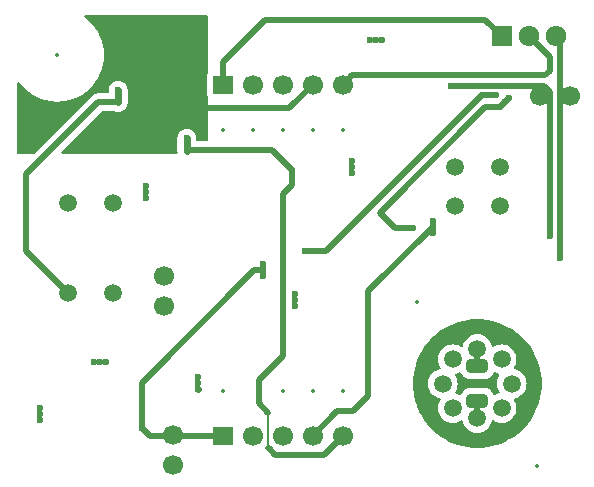
<source format=gbl>
%TF.GenerationSoftware,KiCad,Pcbnew,8.0.6*%
%TF.CreationDate,2024-11-19T20:08:16+01:00*%
%TF.ProjectId,3458A Ref A9 Clone,33343538-4120-4526-9566-20413920436c,rev?*%
%TF.SameCoordinates,Original*%
%TF.FileFunction,Copper,L4,Bot*%
%TF.FilePolarity,Positive*%
%FSLAX46Y46*%
G04 Gerber Fmt 4.6, Leading zero omitted, Abs format (unit mm)*
G04 Created by KiCad (PCBNEW 8.0.6) date 2024-11-19 20:08:16*
%MOMM*%
%LPD*%
G01*
G04 APERTURE LIST*
G04 Aperture macros list*
%AMRoundRect*
0 Rectangle with rounded corners*
0 $1 Rounding radius*
0 $2 $3 $4 $5 $6 $7 $8 $9 X,Y pos of 4 corners*
0 Add a 4 corners polygon primitive as box body*
4,1,4,$2,$3,$4,$5,$6,$7,$8,$9,$2,$3,0*
0 Add four circle primitives for the rounded corners*
1,1,$1+$1,$2,$3*
1,1,$1+$1,$4,$5*
1,1,$1+$1,$6,$7*
1,1,$1+$1,$8,$9*
0 Add four rect primitives between the rounded corners*
20,1,$1+$1,$2,$3,$4,$5,0*
20,1,$1+$1,$4,$5,$6,$7,0*
20,1,$1+$1,$6,$7,$8,$9,0*
20,1,$1+$1,$8,$9,$2,$3,0*%
G04 Aperture macros list end*
%TA.AperFunction,ComponentPad*%
%ADD10C,1.500000*%
%TD*%
%TA.AperFunction,ComponentPad*%
%ADD11R,1.700000X1.524000*%
%TD*%
%TA.AperFunction,ComponentPad*%
%ADD12C,1.700000*%
%TD*%
%TA.AperFunction,ComponentPad*%
%ADD13R,1.710000X1.800000*%
%TD*%
%TA.AperFunction,ComponentPad*%
%ADD14O,1.710000X1.800000*%
%TD*%
%TA.AperFunction,SMDPad,CuDef*%
%ADD15RoundRect,0.250000X-0.650000X0.325000X-0.650000X-0.325000X0.650000X-0.325000X0.650000X0.325000X0*%
%TD*%
%TA.AperFunction,ViaPad*%
%ADD16C,0.600000*%
%TD*%
%TA.AperFunction,Conductor*%
%ADD17C,0.508000*%
%TD*%
%TA.AperFunction,Conductor*%
%ADD18C,0.200000*%
%TD*%
%TA.AperFunction,Conductor*%
%ADD19C,0.600000*%
%TD*%
%ADD20C,0.300000*%
%ADD21C,0.350000*%
G04 APERTURE END LIST*
D10*
%TO.P,R3,2*%
%TO.N,Net-(JP1-A)*%
X171551600Y-109524800D03*
%TO.P,R3,1*%
%TO.N,+7V REF*%
X167741600Y-109524800D03*
%TD*%
%TO.P,R415,2*%
%TO.N,Net-(U402B-+)*%
X138811000Y-109270800D03*
%TO.P,R415,1*%
%TO.N,+7V REF*%
X135001000Y-109270800D03*
%TD*%
%TO.P,R413,2*%
%TO.N,Net-(C414-Pad1)*%
X171577000Y-106172000D03*
%TO.P,R413,1*%
%TO.N,+7V REF*%
X167767000Y-106172000D03*
%TD*%
%TO.P,R414,2*%
%TO.N,J400 (2): REF GND*%
X135001000Y-116890800D03*
%TO.P,R414,1*%
%TO.N,ZD-*%
X138811000Y-116890800D03*
%TD*%
%TO.P,U401,1*%
%TO.N,Net-(Q401-E)*%
X172543018Y-124519986D03*
%TO.P,U401,2*%
%TO.N,Net-(D401-A)*%
X171687770Y-122455234D03*
%TO.P,U401,3*%
%TO.N,Net-(JP1-A)*%
X169623018Y-121599986D03*
%TO.P,U401,4*%
%TO.N,ZD-*%
X167558266Y-122455234D03*
%TO.P,U401,5*%
%TO.N,Net-(U402B-+)*%
X166703018Y-124519986D03*
%TO.P,U401,6*%
%TO.N,J400 (1): Temp*%
X167558266Y-126584738D03*
%TO.P,U401,7*%
%TO.N,J400 (2): REF GND*%
X169623018Y-127439986D03*
%TO.P,U401,8*%
%TO.N,Net-(C414-Pad1)*%
X171687770Y-126584738D03*
%TD*%
D11*
%TO.P,J400,1,Pin_1*%
%TO.N,J400 (1): Temp*%
X148080000Y-128940000D03*
D12*
%TO.P,J400,2,Pin_2*%
%TO.N,unconnected-(J400-Pin_2-Pad2)*%
X150620000Y-128940000D03*
%TO.P,J400,3,Pin_3*%
%TO.N,J400 (2): REF GND*%
X153160000Y-128940000D03*
%TO.P,J400,4,Pin_4*%
%TO.N,+7V REF*%
X155700000Y-128940000D03*
%TO.P,J400,5,Pin_5*%
%TO.N,J400 (2): REF GND*%
X158240000Y-128940000D03*
%TD*%
%TO.P,TP2,1,1*%
%TO.N,J400 (2): REF GND*%
X143891000Y-131445000D03*
%TD*%
%TO.P,TP6,1,1*%
%TO.N,Net-(D401-A)*%
X174955200Y-100177600D03*
%TD*%
%TO.P,TP3,1,1*%
%TO.N,ZD-*%
X143129000Y-115443000D03*
%TD*%
%TO.P,TP4,1,1*%
%TO.N,J400 (2): REF GND*%
X143129000Y-117983000D03*
%TD*%
D13*
%TO.P,Q401,1,B*%
%TO.N,J401 (1): Heater*%
X171715000Y-95122000D03*
D14*
%TO.P,Q401,2,C*%
%TO.N,+18H*%
X173994999Y-95122000D03*
%TO.P,Q401,3,E*%
%TO.N,Net-(Q401-E)*%
X176275000Y-95122000D03*
%TD*%
D12*
%TO.P,TP5,1,1*%
%TO.N,Net-(Q401-E)*%
X177495200Y-100177600D03*
%TD*%
%TO.P,TP1,1,1*%
%TO.N,J400 (1): Temp*%
X143891000Y-128905000D03*
%TD*%
D11*
%TO.P,J401,1,Pin_1*%
%TO.N,J401 (1): Heater*%
X148090000Y-99210000D03*
D12*
%TO.P,J401,2,Pin_2*%
%TO.N,+18*%
X150630000Y-99210000D03*
%TO.P,J401,3,Pin_3*%
%TO.N,J401 (3): GND Heater*%
X153170000Y-99210000D03*
%TO.P,J401,4,Pin_4*%
%TO.N,-15*%
X155710000Y-99210000D03*
%TO.P,J401,5,Pin_5*%
%TO.N,+18H*%
X158250000Y-99210000D03*
%TD*%
D15*
%TO.P,C2,1*%
%TO.N,Net-(JP1-A)*%
X169630018Y-123044985D03*
%TO.P,C2,2*%
%TO.N,J400 (2): REF GND*%
X169630018Y-125994987D03*
%TD*%
D16*
%TO.N,J400 (2): REF GND*%
X145948499Y-123952001D03*
X145948500Y-124968001D03*
X145948500Y-124459998D03*
%TO.N,Net-(Q401-E)*%
X176657000Y-112903000D03*
X176657001Y-113918999D03*
X176657000Y-113411000D03*
%TO.N,Net-(D401-A)*%
X175768000Y-110998000D03*
X175768000Y-111506000D03*
X175768001Y-112013999D03*
%TO.N,J400 (2): REF GND*%
X153924000Y-106425999D03*
X153924001Y-107441999D03*
X153924000Y-106934000D03*
%TO.N,+7V REF*%
X160553400Y-95453201D03*
X137718800Y-122682000D03*
X154178000Y-116967000D03*
X165862000Y-110744001D03*
X154178000Y-117983000D03*
X154178000Y-117475000D03*
X138226800Y-122682000D03*
X137210801Y-122682001D03*
X165862001Y-111760000D03*
X165862000Y-111252001D03*
X161061399Y-95453200D03*
X161569399Y-95453200D03*
%TO.N,J400 (2): REF GND*%
X139215500Y-100203001D03*
X159052999Y-106172000D03*
X159052999Y-106680000D03*
X145033999Y-103759001D03*
X159052998Y-105664000D03*
X145034000Y-104267000D03*
X141554199Y-107822998D03*
X145034000Y-104775000D03*
X132588000Y-127635000D03*
X132588000Y-127127000D03*
X141554199Y-108330999D03*
X141554200Y-108838998D03*
X139215501Y-100710998D03*
X132588000Y-126619000D03*
X139215500Y-99694998D03*
%TO.N,J400 (1): Temp*%
X141224000Y-127254000D03*
X151511000Y-114935000D03*
X151511000Y-114427000D03*
X141224000Y-127762000D03*
X141224000Y-128270000D03*
X151511000Y-115443000D03*
%TO.N,Net-(D401-A)*%
X167386000Y-99314000D03*
X167894000Y-99314000D03*
X168402000Y-99314000D03*
%TO.N,unconnected-(J400-Pin_2-Pad2)*%
X167672582Y-129230870D03*
X168660411Y-129536199D03*
X173263271Y-126836632D03*
X170688000Y-124519986D03*
X168216436Y-124941614D03*
X167352836Y-120871572D03*
X170599625Y-120329957D03*
X168660411Y-128710015D03*
X165981604Y-126797168D03*
X170561000Y-128727200D03*
X173176832Y-123063000D03*
X164610004Y-125450968D03*
X165422804Y-125450968D03*
X170561000Y-129540000D03*
X168216436Y-124103414D03*
X173837232Y-123589004D03*
X164613805Y-123550379D03*
X164914804Y-126466968D03*
X173168239Y-125997718D03*
X174646231Y-125489593D03*
X168173032Y-120973172D03*
X171946664Y-120886733D03*
X174650032Y-123589004D03*
X166768636Y-120287372D03*
X171587454Y-119809102D03*
X171107750Y-120981765D03*
X165422028Y-121628604D03*
X165439989Y-123550379D03*
X171907200Y-128168400D03*
X166083204Y-125976972D03*
X167683036Y-119804772D03*
X170180000Y-124519986D03*
X173278432Y-122242804D03*
X173820047Y-125489593D03*
X172521400Y-120311996D03*
X171043600Y-124942600D03*
X168699036Y-120312772D03*
X171043600Y-124104400D03*
X174340902Y-126477422D03*
X166091797Y-123042254D03*
X164919134Y-122562550D03*
X173862632Y-121658604D03*
X174345232Y-122573004D03*
X166738636Y-128727976D03*
X167313372Y-128153239D03*
X165996765Y-122203340D03*
X172491400Y-128752600D03*
X169630018Y-124519986D03*
X165397404Y-127381368D03*
X173838008Y-127411368D03*
X171577000Y-129235200D03*
X170599625Y-119503773D03*
X168572036Y-124519000D03*
X169080036Y-124519000D03*
X171087004Y-128066800D03*
X168699036Y-119499972D03*
X168152286Y-128058207D03*
%TO.N,-15*%
X141743750Y-104267000D03*
X138545250Y-103505000D03*
X143510000Y-100710999D03*
X141743751Y-104774999D03*
X143509999Y-99695000D03*
X138545250Y-102997000D03*
X138545249Y-102489001D03*
X143510000Y-100203001D03*
X141743750Y-103759000D03*
%TO.N,Net-(Q401-E)*%
X163195000Y-111379000D03*
X164211000Y-111379000D03*
X172339000Y-100330000D03*
X171577000Y-101092000D03*
X163703000Y-111379000D03*
X171958000Y-100711000D03*
%TO.N,Net-(C1-Pad1)*%
X170149185Y-100077900D03*
X171226815Y-100077900D03*
X156210000Y-113284000D03*
X155067000Y-113284000D03*
X155637000Y-113284000D03*
X170688000Y-100077900D03*
%TD*%
D17*
%TO.N,+7V REF*%
X165862000Y-111759999D02*
X165862000Y-110744001D01*
X165862001Y-111760000D02*
X165862000Y-111759999D01*
%TO.N,Net-(C1-Pad1)*%
X170051100Y-100077900D02*
X171226815Y-100077900D01*
X155067000Y-113284000D02*
X156845000Y-113284000D01*
X156845000Y-113284000D02*
X170051100Y-100077900D01*
%TO.N,+18H*%
X175772999Y-98039001D02*
X175772999Y-96900000D01*
X175772999Y-96900000D02*
X173994999Y-95122000D01*
X175387000Y-98425000D02*
X175772999Y-98039001D01*
X159035000Y-98425000D02*
X175387000Y-98425000D01*
X158250000Y-99210000D02*
X159035000Y-98425000D01*
%TO.N,J401 (1): Heater*%
X151638000Y-93726000D02*
X170319000Y-93726000D01*
X170319000Y-93726000D02*
X171715000Y-95122000D01*
X148090000Y-97274000D02*
X151638000Y-93726000D01*
X148090000Y-99210000D02*
X148090000Y-97274000D01*
%TO.N,J400 (2): REF GND*%
X153924001Y-107695999D02*
X153924001Y-107441999D01*
X153162000Y-122174000D02*
X153162000Y-108458000D01*
X151130000Y-126111000D02*
X151130000Y-124206000D01*
X151130000Y-124206000D02*
X153162000Y-122174000D01*
X151130000Y-126203000D02*
X151924000Y-126997000D01*
X151130000Y-126111000D02*
X151130000Y-126203000D01*
X153162000Y-108458000D02*
X153924001Y-107695999D01*
X151924000Y-129953000D02*
X151970000Y-129999000D01*
D18*
X151924000Y-126997000D02*
X151924000Y-129953000D01*
D17*
%TO.N,+7V REF*%
X160401000Y-125603000D02*
X160401000Y-116713000D01*
X159131000Y-126873000D02*
X160401000Y-125603000D01*
X160401000Y-116713000D02*
X165862000Y-111252000D01*
X157767000Y-126873000D02*
X159131000Y-126873000D01*
X155700000Y-128940000D02*
X157767000Y-126873000D01*
D19*
%TO.N,J400 (2): REF GND*%
X145948499Y-124967999D02*
X145948500Y-124968001D01*
D17*
X137541002Y-100710998D02*
X139215501Y-100710998D01*
X131445000Y-106807000D02*
X137541002Y-100710998D01*
X131445000Y-113334800D02*
X131445000Y-106807000D01*
X135001000Y-116890800D02*
X131445000Y-113334800D01*
%TO.N,Net-(Q401-E)*%
X176657000Y-113918998D02*
X176657000Y-100203000D01*
X176657001Y-113918999D02*
X176657000Y-113918998D01*
%TO.N,Net-(D401-A)*%
X175768000Y-112013998D02*
X175768000Y-100203000D01*
X175768001Y-112013999D02*
X175768000Y-112013998D01*
%TO.N,J400 (1): Temp*%
X141224000Y-124460000D02*
X150749000Y-114935000D01*
X150749000Y-114935000D02*
X151511000Y-114935000D01*
X141894000Y-128940000D02*
X141224000Y-128270000D01*
X148080000Y-128940000D02*
X141894000Y-128940000D01*
X141224000Y-128270000D02*
X141224000Y-124460000D01*
%TO.N,J400 (2): REF GND*%
X152273001Y-104775000D02*
X153924000Y-106425999D01*
X145034000Y-104775000D02*
X152273001Y-104775000D01*
X156624000Y-130556000D02*
X158240000Y-128940000D01*
X151970000Y-129999000D02*
X152527000Y-130556000D01*
X152527000Y-130556000D02*
X156624000Y-130556000D01*
X153924000Y-106425999D02*
X153924000Y-106934000D01*
X153924001Y-107441999D02*
X153924000Y-106410999D01*
D19*
%TO.N,-15*%
X138545250Y-102870000D02*
X138557000Y-102858250D01*
D17*
%TO.N,Net-(Q401-E)*%
X170307000Y-101092000D02*
X171577000Y-101092000D01*
X161353500Y-110045500D02*
X170307000Y-101092000D01*
X162687000Y-111379000D02*
X161353500Y-110045500D01*
X164211000Y-111379000D02*
X162687000Y-111379000D01*
X171577000Y-101092000D02*
X172339000Y-100330000D01*
%TO.N,Net-(C1-Pad1)*%
X170178100Y-100077900D02*
X171226815Y-100077900D01*
D19*
%TO.N,J400 (2): REF GND*%
X139215501Y-100710998D02*
X139215501Y-99695000D01*
X139215501Y-99695000D02*
X139215500Y-99694998D01*
D17*
X169623018Y-127439986D02*
X169623018Y-126001987D01*
D19*
X145033999Y-103759001D02*
X145033999Y-104789999D01*
D17*
X169623018Y-126001987D02*
X169630018Y-125994987D01*
%TO.N,J400 (1): Temp*%
X151511000Y-115443000D02*
X151511000Y-114427000D01*
%TO.N,Net-(D401-A)*%
X175742600Y-100177600D02*
X175768000Y-100203000D01*
X175768000Y-99822000D02*
X175260000Y-99314000D01*
X175260000Y-99314000D02*
X167386000Y-99314000D01*
X174955200Y-100177600D02*
X175742600Y-100177600D01*
X175768000Y-100203000D02*
X175768000Y-99822000D01*
%TO.N,-15*%
X145161000Y-101219000D02*
X153701000Y-101219000D01*
X153701000Y-101219000D02*
X155710000Y-99210000D01*
%TO.N,Net-(Q401-E)*%
X177495200Y-100177600D02*
X176682400Y-100177600D01*
X176275000Y-95631000D02*
X176275000Y-95122000D01*
X176657000Y-100203000D02*
X176657000Y-95378000D01*
X176657000Y-95504000D02*
X176275000Y-95122000D01*
X176682400Y-100177600D02*
X176657000Y-100203000D01*
%TO.N,Net-(JP1-A)*%
X169623018Y-121599986D02*
X169623018Y-123037985D01*
X169623018Y-123037985D02*
X169630018Y-123044985D01*
%TD*%
%TA.AperFunction,Conductor*%
%TO.N,unconnected-(J400-Pin_2-Pad2)*%
G36*
X168251810Y-123587083D02*
G01*
X168273379Y-123623457D01*
X168295204Y-123689319D01*
X168295206Y-123689322D01*
X168387303Y-123838637D01*
X168387304Y-123838638D01*
X168387306Y-123838641D01*
X168511362Y-123962697D01*
X168660684Y-124054799D01*
X168827221Y-124109984D01*
X168930009Y-124120485D01*
X170330026Y-124120484D01*
X170330034Y-124120484D01*
X170432806Y-124109985D01*
X170432806Y-124109984D01*
X170432815Y-124109984D01*
X170599352Y-124054799D01*
X170748674Y-123962697D01*
X170872730Y-123838641D01*
X170964832Y-123689319D01*
X170984782Y-123629113D01*
X171021032Y-123579825D01*
X171079332Y-123561257D01*
X171120595Y-123570531D01*
X171258436Y-123634807D01*
X171258440Y-123634809D01*
X171439992Y-123683455D01*
X171491305Y-123716779D01*
X171513232Y-123773901D01*
X171497396Y-123833001D01*
X171495465Y-123835865D01*
X171455913Y-123892352D01*
X171455910Y-123892358D01*
X171363444Y-124090652D01*
X171306809Y-124302016D01*
X171287741Y-124519982D01*
X171287741Y-124519989D01*
X171306809Y-124737955D01*
X171306810Y-124737962D01*
X171306811Y-124737963D01*
X171363443Y-124949316D01*
X171455916Y-125147625D01*
X171493524Y-125201334D01*
X171495464Y-125204105D01*
X171513353Y-125262617D01*
X171493433Y-125320469D01*
X171443313Y-125355563D01*
X171439992Y-125356516D01*
X171258439Y-125405163D01*
X171120595Y-125469441D01*
X171059866Y-125476897D01*
X171006352Y-125447234D01*
X170984781Y-125410856D01*
X170964832Y-125350653D01*
X170874441Y-125204105D01*
X170872732Y-125201334D01*
X170872731Y-125201333D01*
X170872730Y-125201331D01*
X170748674Y-125077275D01*
X170748671Y-125077273D01*
X170748670Y-125077272D01*
X170599354Y-124985174D01*
X170599353Y-124985173D01*
X170599352Y-124985173D01*
X170432815Y-124929988D01*
X170432812Y-124929987D01*
X170330034Y-124919487D01*
X168930001Y-124919487D01*
X168827229Y-124929986D01*
X168827217Y-124929989D01*
X168660681Y-124985174D01*
X168511365Y-125077272D01*
X168387303Y-125201334D01*
X168295204Y-125350651D01*
X168273379Y-125416512D01*
X168237127Y-125465801D01*
X168178827Y-125484368D01*
X168137566Y-125475095D01*
X168116142Y-125465105D01*
X167987596Y-125405163D01*
X167850315Y-125368378D01*
X167806044Y-125356516D01*
X167754729Y-125323191D01*
X167732803Y-125266070D01*
X167748639Y-125206969D01*
X167750521Y-125204178D01*
X167790120Y-125147625D01*
X167882593Y-124949316D01*
X167939225Y-124737963D01*
X167953389Y-124576072D01*
X167958295Y-124519989D01*
X167958295Y-124519982D01*
X167939226Y-124302016D01*
X167939225Y-124302013D01*
X167939225Y-124302009D01*
X167882593Y-124090656D01*
X167856172Y-124033996D01*
X167790125Y-123892358D01*
X167790121Y-123892350D01*
X167750571Y-123835866D01*
X167732682Y-123777354D01*
X167752602Y-123719502D01*
X167802723Y-123684408D01*
X167806000Y-123683467D01*
X167987596Y-123634809D01*
X168137568Y-123564875D01*
X168198296Y-123557420D01*
X168251810Y-123587083D01*
G37*
%TD.AperFunction*%
%TA.AperFunction,Conductor*%
G36*
X170033889Y-119081282D02*
G01*
X170041252Y-119081834D01*
X170439183Y-119126670D01*
X170446503Y-119127774D01*
X170542581Y-119145953D01*
X170839966Y-119202221D01*
X170847178Y-119203867D01*
X171233984Y-119307511D01*
X171241053Y-119309692D01*
X171619025Y-119441951D01*
X171625907Y-119444651D01*
X171992976Y-119604802D01*
X171999596Y-119607990D01*
X172353678Y-119795127D01*
X172360036Y-119798798D01*
X172699125Y-120011862D01*
X172705242Y-120016033D01*
X173027426Y-120253814D01*
X173033212Y-120258427D01*
X173328887Y-120512878D01*
X173336745Y-120519640D01*
X173342172Y-120524675D01*
X173625327Y-120807830D01*
X173630362Y-120813257D01*
X173891572Y-121116787D01*
X173896188Y-121122576D01*
X174133969Y-121444760D01*
X174138140Y-121450877D01*
X174351194Y-121789949D01*
X174354879Y-121796333D01*
X174542006Y-122150395D01*
X174545207Y-122157041D01*
X174705349Y-122524091D01*
X174708053Y-122530982D01*
X174840309Y-122908946D01*
X174842492Y-122916021D01*
X174946134Y-123302821D01*
X174947781Y-123310039D01*
X175022228Y-123703499D01*
X175023332Y-123710819D01*
X175068167Y-124108739D01*
X175068720Y-124116122D01*
X175083693Y-124516283D01*
X175083693Y-124523687D01*
X175068720Y-124923848D01*
X175068167Y-124931231D01*
X175023332Y-125329151D01*
X175022228Y-125336471D01*
X174947781Y-125729931D01*
X174946134Y-125737149D01*
X174842492Y-126123949D01*
X174840309Y-126131024D01*
X174708053Y-126508988D01*
X174705349Y-126515879D01*
X174545207Y-126882929D01*
X174542001Y-126889585D01*
X174354886Y-127243626D01*
X174351194Y-127250021D01*
X174138140Y-127589093D01*
X174133969Y-127595210D01*
X173896188Y-127917394D01*
X173891572Y-127923183D01*
X173630362Y-128226713D01*
X173625327Y-128232140D01*
X173342172Y-128515295D01*
X173336745Y-128520330D01*
X173033215Y-128781540D01*
X173027426Y-128786156D01*
X172705242Y-129023937D01*
X172699125Y-129028108D01*
X172360053Y-129241162D01*
X172353658Y-129244854D01*
X171999617Y-129431969D01*
X171992961Y-129435175D01*
X171625911Y-129595317D01*
X171619020Y-129598021D01*
X171241056Y-129730277D01*
X171233981Y-129732460D01*
X170847181Y-129836102D01*
X170839963Y-129837749D01*
X170446503Y-129912196D01*
X170439183Y-129913300D01*
X170041263Y-129958135D01*
X170033880Y-129958688D01*
X169633719Y-129973661D01*
X169626315Y-129973661D01*
X169226154Y-129958688D01*
X169218771Y-129958135D01*
X168820851Y-129913300D01*
X168813531Y-129912196D01*
X168420071Y-129837749D01*
X168412853Y-129836102D01*
X168026053Y-129732460D01*
X168018978Y-129730277D01*
X167641014Y-129598021D01*
X167634123Y-129595317D01*
X167267073Y-129435175D01*
X167260427Y-129431974D01*
X166906365Y-129244847D01*
X166899989Y-129241167D01*
X166705867Y-129119192D01*
X166560909Y-129028108D01*
X166554792Y-129023937D01*
X166232608Y-128786156D01*
X166226819Y-128781540D01*
X165923289Y-128520330D01*
X165917862Y-128515295D01*
X165634707Y-128232140D01*
X165629672Y-128226713D01*
X165368462Y-127923183D01*
X165363846Y-127917394D01*
X165328362Y-127869315D01*
X165126064Y-127595209D01*
X165121894Y-127589093D01*
X164997807Y-127391610D01*
X164908830Y-127250004D01*
X164905159Y-127243646D01*
X164718022Y-126889564D01*
X164714834Y-126882944D01*
X164554683Y-126515875D01*
X164551981Y-126508988D01*
X164502213Y-126366761D01*
X164419724Y-126131021D01*
X164417542Y-126123949D01*
X164356933Y-125897753D01*
X164313899Y-125737146D01*
X164312253Y-125729931D01*
X164306506Y-125699560D01*
X164237806Y-125336471D01*
X164236702Y-125329151D01*
X164236444Y-125326858D01*
X164191866Y-124931220D01*
X164191314Y-124923848D01*
X164184359Y-124737963D01*
X164176341Y-124523674D01*
X164176341Y-124519982D01*
X165447741Y-124519982D01*
X165447741Y-124519989D01*
X165466809Y-124737955D01*
X165466810Y-124737962D01*
X165466811Y-124737963D01*
X165523443Y-124949316D01*
X165615916Y-125147625D01*
X165653524Y-125201334D01*
X165738848Y-125323191D01*
X165741420Y-125326863D01*
X165896141Y-125481584D01*
X165896144Y-125481586D01*
X165896145Y-125481587D01*
X165935836Y-125509379D01*
X166075379Y-125607088D01*
X166273688Y-125699561D01*
X166455240Y-125748207D01*
X166506553Y-125781531D01*
X166528480Y-125838653D01*
X166512644Y-125897753D01*
X166510713Y-125900617D01*
X166471161Y-125957104D01*
X166471158Y-125957110D01*
X166378692Y-126155404D01*
X166322057Y-126366768D01*
X166302989Y-126584734D01*
X166302989Y-126584741D01*
X166322057Y-126802707D01*
X166322058Y-126802714D01*
X166322059Y-126802715D01*
X166378691Y-127014068D01*
X166471164Y-127212377D01*
X166596668Y-127391615D01*
X166751389Y-127546336D01*
X166930627Y-127671840D01*
X167128936Y-127764313D01*
X167340289Y-127820945D01*
X167340293Y-127820945D01*
X167340296Y-127820946D01*
X167558263Y-127840015D01*
X167558266Y-127840015D01*
X167558269Y-127840015D01*
X167776235Y-127820946D01*
X167776236Y-127820945D01*
X167776243Y-127820945D01*
X167987596Y-127764313D01*
X168185905Y-127671840D01*
X168242388Y-127632289D01*
X168300896Y-127614402D01*
X168358748Y-127634322D01*
X168393843Y-127684441D01*
X168394796Y-127687764D01*
X168443443Y-127869316D01*
X168467255Y-127920380D01*
X168535915Y-128067623D01*
X168651110Y-128232140D01*
X168661420Y-128246863D01*
X168816141Y-128401584D01*
X168995379Y-128527088D01*
X169193688Y-128619561D01*
X169405041Y-128676193D01*
X169405045Y-128676193D01*
X169405048Y-128676194D01*
X169623015Y-128695263D01*
X169623018Y-128695263D01*
X169623021Y-128695263D01*
X169840987Y-128676194D01*
X169840988Y-128676193D01*
X169840995Y-128676193D01*
X170052348Y-128619561D01*
X170250657Y-128527088D01*
X170429895Y-128401584D01*
X170584616Y-128246863D01*
X170710120Y-128067625D01*
X170802593Y-127869316D01*
X170851240Y-127687761D01*
X170884563Y-127636450D01*
X170941685Y-127614523D01*
X171000785Y-127630359D01*
X171003630Y-127632277D01*
X171060131Y-127671840D01*
X171258440Y-127764313D01*
X171469793Y-127820945D01*
X171469797Y-127820945D01*
X171469800Y-127820946D01*
X171687767Y-127840015D01*
X171687770Y-127840015D01*
X171687773Y-127840015D01*
X171905739Y-127820946D01*
X171905740Y-127820945D01*
X171905747Y-127820945D01*
X172117100Y-127764313D01*
X172315409Y-127671840D01*
X172494647Y-127546336D01*
X172649368Y-127391615D01*
X172774872Y-127212377D01*
X172867345Y-127014068D01*
X172923977Y-126802715D01*
X172943047Y-126584738D01*
X172937023Y-126515879D01*
X172923978Y-126366768D01*
X172923977Y-126366765D01*
X172923977Y-126366761D01*
X172867345Y-126155408D01*
X172774872Y-125957100D01*
X172735322Y-125900617D01*
X172717434Y-125842106D01*
X172737354Y-125784254D01*
X172787475Y-125749160D01*
X172790752Y-125748219D01*
X172972348Y-125699561D01*
X173170657Y-125607088D01*
X173349895Y-125481584D01*
X173504616Y-125326863D01*
X173630120Y-125147625D01*
X173722593Y-124949316D01*
X173779225Y-124737963D01*
X173793389Y-124576072D01*
X173798295Y-124519989D01*
X173798295Y-124519982D01*
X173779226Y-124302016D01*
X173779225Y-124302013D01*
X173779225Y-124302009D01*
X173722593Y-124090656D01*
X173696172Y-124033996D01*
X173630125Y-123892358D01*
X173630121Y-123892350D01*
X173504619Y-123713113D01*
X173504618Y-123713112D01*
X173504616Y-123713109D01*
X173349895Y-123558388D01*
X173349891Y-123558385D01*
X173349890Y-123558384D01*
X173250453Y-123488758D01*
X173170657Y-123432884D01*
X172972348Y-123340411D01*
X172826347Y-123301290D01*
X172790796Y-123291764D01*
X172739481Y-123258439D01*
X172717555Y-123201318D01*
X172733391Y-123142217D01*
X172735273Y-123139426D01*
X172774872Y-123082873D01*
X172867345Y-122884564D01*
X172923977Y-122673211D01*
X172933621Y-122562983D01*
X172943047Y-122455237D01*
X172943047Y-122455230D01*
X172923978Y-122237264D01*
X172923977Y-122237261D01*
X172923977Y-122237257D01*
X172867345Y-122025904D01*
X172774872Y-121827596D01*
X172649368Y-121648357D01*
X172494647Y-121493636D01*
X172494643Y-121493633D01*
X172494642Y-121493632D01*
X172335227Y-121382009D01*
X172315409Y-121368132D01*
X172117100Y-121275659D01*
X171905747Y-121219027D01*
X171905746Y-121219026D01*
X171905739Y-121219025D01*
X171687773Y-121199957D01*
X171687767Y-121199957D01*
X171469800Y-121219025D01*
X171258436Y-121275660D01*
X171060142Y-121368126D01*
X171060136Y-121368129D01*
X171003649Y-121407681D01*
X170945136Y-121425569D01*
X170887285Y-121405648D01*
X170852191Y-121355527D01*
X170851247Y-121352236D01*
X170802593Y-121170656D01*
X170710120Y-120972348D01*
X170598724Y-120813257D01*
X170584619Y-120793113D01*
X170584618Y-120793112D01*
X170584616Y-120793109D01*
X170429895Y-120638388D01*
X170429891Y-120638385D01*
X170429890Y-120638384D01*
X170267496Y-120524675D01*
X170250657Y-120512884D01*
X170052348Y-120420411D01*
X169840995Y-120363779D01*
X169840994Y-120363778D01*
X169840987Y-120363777D01*
X169623021Y-120344709D01*
X169623015Y-120344709D01*
X169405048Y-120363777D01*
X169193684Y-120420412D01*
X168995390Y-120512878D01*
X168995382Y-120512882D01*
X168816145Y-120638384D01*
X168661416Y-120793113D01*
X168535914Y-120972350D01*
X168535910Y-120972358D01*
X168443444Y-121170650D01*
X168394796Y-121352208D01*
X168361471Y-121403522D01*
X168304350Y-121425448D01*
X168245249Y-121409612D01*
X168242393Y-121407685D01*
X168185905Y-121368132D01*
X167987596Y-121275659D01*
X167776243Y-121219027D01*
X167776242Y-121219026D01*
X167776235Y-121219025D01*
X167558269Y-121199957D01*
X167558263Y-121199957D01*
X167340296Y-121219025D01*
X167128932Y-121275660D01*
X166930638Y-121368126D01*
X166930630Y-121368130D01*
X166751393Y-121493632D01*
X166596664Y-121648361D01*
X166471162Y-121827598D01*
X166471158Y-121827606D01*
X166378692Y-122025900D01*
X166322057Y-122237264D01*
X166302989Y-122455230D01*
X166302989Y-122455237D01*
X166322057Y-122673203D01*
X166322058Y-122673210D01*
X166322059Y-122673211D01*
X166378691Y-122884564D01*
X166393360Y-122916021D01*
X166471163Y-123082871D01*
X166510712Y-123139353D01*
X166528601Y-123197865D01*
X166508681Y-123255717D01*
X166458561Y-123290811D01*
X166455240Y-123291764D01*
X166273682Y-123340412D01*
X166075390Y-123432878D01*
X166075382Y-123432882D01*
X165896145Y-123558384D01*
X165741416Y-123713113D01*
X165615914Y-123892350D01*
X165615910Y-123892358D01*
X165523444Y-124090652D01*
X165466809Y-124302016D01*
X165447741Y-124519982D01*
X164176341Y-124519982D01*
X164176341Y-124516297D01*
X164191314Y-124116111D01*
X164191865Y-124108752D01*
X164236702Y-123710814D01*
X164237806Y-123703499D01*
X164240088Y-123691441D01*
X164312254Y-123310030D01*
X164313900Y-123302821D01*
X164417545Y-122916010D01*
X164419725Y-122908946D01*
X164428257Y-122884564D01*
X164551986Y-122530968D01*
X164554679Y-122524104D01*
X164714839Y-122157015D01*
X164718016Y-122150417D01*
X164905165Y-121796312D01*
X164908823Y-121789977D01*
X165121902Y-121450864D01*
X165126055Y-121444773D01*
X165363859Y-121122559D01*
X165368448Y-121116803D01*
X165629684Y-120813243D01*
X165634694Y-120807843D01*
X165917875Y-120524662D01*
X165923275Y-120519652D01*
X166226835Y-120258416D01*
X166232591Y-120253827D01*
X166554805Y-120016023D01*
X166560896Y-120011870D01*
X166900009Y-119798791D01*
X166906344Y-119795133D01*
X167260449Y-119607984D01*
X167267047Y-119604807D01*
X167634136Y-119444647D01*
X167641000Y-119441954D01*
X168018989Y-119309689D01*
X168026042Y-119307513D01*
X168412862Y-119203865D01*
X168420062Y-119202222D01*
X168813532Y-119127773D01*
X168820846Y-119126670D01*
X169218784Y-119081833D01*
X169226143Y-119081282D01*
X169626330Y-119066309D01*
X169633706Y-119066309D01*
X170033889Y-119081282D01*
G37*
%TD.AperFunction*%
%TD*%
%TA.AperFunction,Conductor*%
%TO.N,-15*%
G36*
X146755039Y-93310185D02*
G01*
X146800794Y-93362989D01*
X146812000Y-93414500D01*
X146812000Y-98145091D01*
X146798715Y-98197139D01*
X146799303Y-98197359D01*
X146797264Y-98202824D01*
X146796832Y-98204519D01*
X146796202Y-98205671D01*
X146745908Y-98340517D01*
X146739501Y-98400116D01*
X146739500Y-98400135D01*
X146739500Y-100019870D01*
X146739501Y-100019876D01*
X146745908Y-100079481D01*
X146745909Y-100079483D01*
X146796204Y-100214331D01*
X146796205Y-100214332D01*
X146796831Y-100215478D01*
X146797260Y-100217162D01*
X146799304Y-100222640D01*
X146798715Y-100222859D01*
X146812000Y-100274907D01*
X146812000Y-103896500D01*
X146792315Y-103963539D01*
X146739511Y-104009294D01*
X146688000Y-104020500D01*
X145958499Y-104020500D01*
X145891460Y-104000815D01*
X145845705Y-103948011D01*
X145834499Y-103896500D01*
X145834499Y-103810915D01*
X145835279Y-103797030D01*
X145839564Y-103759002D01*
X145839564Y-103758999D01*
X145835279Y-103720970D01*
X145834499Y-103707086D01*
X145834499Y-103680158D01*
X145826710Y-103641004D01*
X145825109Y-103630715D01*
X145819367Y-103579746D01*
X145811022Y-103555899D01*
X145806448Y-103539140D01*
X145803736Y-103525504D01*
X145803733Y-103525497D01*
X145795252Y-103505022D01*
X145783483Y-103476608D01*
X145781027Y-103470176D01*
X145759788Y-103409479D01*
X145753288Y-103399135D01*
X145743718Y-103380607D01*
X145743393Y-103379822D01*
X145706789Y-103325041D01*
X145704904Y-103322132D01*
X145684343Y-103289409D01*
X145663815Y-103256739D01*
X145536261Y-103129185D01*
X145536259Y-103129183D01*
X145536256Y-103129181D01*
X145470899Y-103088115D01*
X145467981Y-103086224D01*
X145413178Y-103049606D01*
X145413172Y-103049604D01*
X145412364Y-103049269D01*
X145393864Y-103039710D01*
X145383523Y-103033213D01*
X145383522Y-103033212D01*
X145383521Y-103033212D01*
X145322866Y-103011987D01*
X145316376Y-103009510D01*
X145267495Y-102989263D01*
X145253859Y-102986551D01*
X145237103Y-102981977D01*
X145213259Y-102973634D01*
X145213255Y-102973633D01*
X145213254Y-102973633D01*
X145192574Y-102971302D01*
X145162302Y-102967891D01*
X145152002Y-102966289D01*
X145112843Y-102958501D01*
X145112841Y-102958501D01*
X145085914Y-102958501D01*
X145072030Y-102957721D01*
X145034001Y-102953436D01*
X145033997Y-102953436D01*
X144995968Y-102957721D01*
X144982084Y-102958501D01*
X144955151Y-102958501D01*
X144915993Y-102966289D01*
X144905695Y-102967891D01*
X144854741Y-102973633D01*
X144854734Y-102973635D01*
X144830897Y-102981976D01*
X144814139Y-102986551D01*
X144800501Y-102989264D01*
X144800495Y-102989265D01*
X144751630Y-103009505D01*
X144745139Y-103011983D01*
X144684476Y-103033211D01*
X144684473Y-103033213D01*
X144674126Y-103039714D01*
X144655638Y-103049267D01*
X144654831Y-103049601D01*
X144654823Y-103049605D01*
X144600046Y-103086205D01*
X144597131Y-103088093D01*
X144531741Y-103129181D01*
X144531734Y-103129187D01*
X144404185Y-103256736D01*
X144404179Y-103256743D01*
X144363091Y-103322133D01*
X144361203Y-103325048D01*
X144324603Y-103379825D01*
X144324599Y-103379833D01*
X144324265Y-103380640D01*
X144314712Y-103399128D01*
X144308211Y-103409475D01*
X144308209Y-103409478D01*
X144286981Y-103470141D01*
X144284503Y-103476632D01*
X144264263Y-103525497D01*
X144264262Y-103525503D01*
X144261549Y-103539141D01*
X144256974Y-103555899D01*
X144248633Y-103579736D01*
X144248631Y-103579743D01*
X144242889Y-103630697D01*
X144241287Y-103640995D01*
X144233499Y-103680153D01*
X144233499Y-103707086D01*
X144232719Y-103720970D01*
X144228434Y-103758999D01*
X144228434Y-103759002D01*
X144232719Y-103797030D01*
X144233499Y-103810915D01*
X144233499Y-104215094D01*
X144232719Y-104228978D01*
X144228435Y-104266998D01*
X144228435Y-104267001D01*
X144232719Y-104305020D01*
X144233499Y-104318905D01*
X144233499Y-104723094D01*
X144232719Y-104736978D01*
X144228435Y-104774998D01*
X144228435Y-104775001D01*
X144232719Y-104813020D01*
X144233499Y-104826905D01*
X144233499Y-104868842D01*
X144245187Y-104927609D01*
X144246786Y-104937884D01*
X144247238Y-104941887D01*
X144235200Y-105010712D01*
X144187863Y-105062102D01*
X144124021Y-105079800D01*
X134538587Y-105079800D01*
X134471548Y-105060115D01*
X134425793Y-105007311D01*
X134415849Y-104938153D01*
X134444874Y-104874597D01*
X134450906Y-104868119D01*
X137817207Y-101501817D01*
X137878530Y-101468332D01*
X137904888Y-101465498D01*
X138920554Y-101465498D01*
X138968004Y-101474936D01*
X138982004Y-101480735D01*
X138995640Y-101483447D01*
X139012399Y-101488021D01*
X139036246Y-101496366D01*
X139087215Y-101502108D01*
X139097493Y-101503707D01*
X139124641Y-101509107D01*
X139136658Y-101511498D01*
X139136659Y-101511498D01*
X139163586Y-101511498D01*
X139177470Y-101512278D01*
X139215499Y-101516563D01*
X139215501Y-101516563D01*
X139215503Y-101516563D01*
X139253532Y-101512278D01*
X139267416Y-101511498D01*
X139294342Y-101511498D01*
X139294343Y-101511498D01*
X139333518Y-101503705D01*
X139343784Y-101502108D01*
X139394756Y-101496366D01*
X139418601Y-101488021D01*
X139435363Y-101483446D01*
X139448998Y-101480735D01*
X139497890Y-101460482D01*
X139504338Y-101458021D01*
X139565023Y-101436787D01*
X139575369Y-101430285D01*
X139593891Y-101420718D01*
X139594680Y-101420392D01*
X139649488Y-101383769D01*
X139652326Y-101381929D01*
X139717763Y-101340814D01*
X139845317Y-101213260D01*
X139886432Y-101147823D01*
X139888278Y-101144977D01*
X139924890Y-101090184D01*
X139924895Y-101090177D01*
X139925221Y-101089388D01*
X139934788Y-101070866D01*
X139941290Y-101060520D01*
X139962524Y-100999835D01*
X139964985Y-100993387D01*
X139985238Y-100944495D01*
X139987949Y-100930860D01*
X139992524Y-100914098D01*
X140000869Y-100890253D01*
X140006611Y-100839281D01*
X140008208Y-100829015D01*
X140016001Y-100789840D01*
X140016001Y-100762912D01*
X140016781Y-100749027D01*
X140021066Y-100710999D01*
X140021066Y-100710996D01*
X140016781Y-100672967D01*
X140016001Y-100659083D01*
X140016001Y-100254906D01*
X140016781Y-100241021D01*
X140021065Y-100203002D01*
X140021065Y-100202999D01*
X140016781Y-100164979D01*
X140016001Y-100151095D01*
X140016001Y-99753039D01*
X140016975Y-99737527D01*
X140017541Y-99733036D01*
X140019576Y-99716897D01*
X140019576Y-99716893D01*
X140019742Y-99710806D01*
X140020296Y-99710821D01*
X140020474Y-99700244D01*
X140021065Y-99695001D01*
X140021065Y-99694997D01*
X140016781Y-99656976D01*
X140016001Y-99643092D01*
X140016001Y-99616158D01*
X140011943Y-99595760D01*
X140009872Y-99580355D01*
X140009271Y-99571898D01*
X140008398Y-99559609D01*
X140006546Y-99552850D01*
X140002922Y-99533980D01*
X140000868Y-99515743D01*
X139992522Y-99491891D01*
X139987952Y-99475151D01*
X139985238Y-99461503D01*
X139977273Y-99442275D01*
X139972243Y-99427586D01*
X139967634Y-99410757D01*
X139966749Y-99407524D01*
X139957788Y-99389603D01*
X139951654Y-99375099D01*
X139946896Y-99361501D01*
X139941289Y-99345476D01*
X139934786Y-99335126D01*
X139925225Y-99316617D01*
X139924898Y-99315828D01*
X139924897Y-99315826D01*
X139924895Y-99315821D01*
X139913333Y-99298518D01*
X139905536Y-99285098D01*
X139896230Y-99266485D01*
X139893391Y-99262827D01*
X139875967Y-99240375D01*
X139868933Y-99230322D01*
X139845316Y-99192736D01*
X139822585Y-99170005D01*
X139812307Y-99158351D01*
X139799549Y-99141913D01*
X139764773Y-99111752D01*
X139758336Y-99105756D01*
X139717763Y-99065182D01*
X139701567Y-99055005D01*
X139686300Y-99043692D01*
X139680428Y-99038600D01*
X139680427Y-99038599D01*
X139640420Y-99015793D01*
X139632941Y-99011170D01*
X139594683Y-98985608D01*
X139594673Y-98985602D01*
X139593885Y-98985276D01*
X139575368Y-98975709D01*
X139565026Y-98969211D01*
X139565024Y-98969209D01*
X139559295Y-98967205D01*
X139549173Y-98962594D01*
X139548997Y-98962991D01*
X139543439Y-98960509D01*
X139519590Y-98952560D01*
X139499737Y-98945942D01*
X139491515Y-98942873D01*
X139448996Y-98925262D01*
X139448992Y-98925261D01*
X139435372Y-98922552D01*
X139418610Y-98917977D01*
X139394754Y-98909629D01*
X139394749Y-98909628D01*
X139343789Y-98903887D01*
X139333482Y-98902285D01*
X139314729Y-98898555D01*
X139294343Y-98894500D01*
X139294342Y-98894500D01*
X139273554Y-98894500D01*
X139258046Y-98893526D01*
X139255262Y-98893175D01*
X139237401Y-98890923D01*
X139231309Y-98890757D01*
X139231321Y-98890289D01*
X139220779Y-98890027D01*
X139215504Y-98889433D01*
X139215497Y-98889433D01*
X139177451Y-98893720D01*
X139163567Y-98894500D01*
X139136659Y-98894500D01*
X139116266Y-98898555D01*
X139100879Y-98900624D01*
X139080107Y-98902101D01*
X139073340Y-98903954D01*
X139054485Y-98907574D01*
X139036250Y-98909628D01*
X139036238Y-98909631D01*
X139012382Y-98917978D01*
X138995636Y-98922550D01*
X138982007Y-98925262D01*
X138982004Y-98925263D01*
X138962794Y-98933219D01*
X138948105Y-98938250D01*
X138928026Y-98943749D01*
X138928019Y-98943752D01*
X138910099Y-98952712D01*
X138895605Y-98958841D01*
X138890841Y-98960509D01*
X138865981Y-98969207D01*
X138865974Y-98969211D01*
X138855614Y-98975720D01*
X138837113Y-98985278D01*
X138836327Y-98985603D01*
X138836321Y-98985606D01*
X138819040Y-98997153D01*
X138805611Y-99004955D01*
X138786987Y-99014267D01*
X138760871Y-99034534D01*
X138750827Y-99041561D01*
X138713242Y-99065179D01*
X138713232Y-99065187D01*
X138690495Y-99087922D01*
X138678851Y-99098191D01*
X138662415Y-99110948D01*
X138632253Y-99145724D01*
X138626262Y-99152156D01*
X138585686Y-99192733D01*
X138585680Y-99192740D01*
X138575508Y-99208929D01*
X138564197Y-99224193D01*
X138559108Y-99230060D01*
X138559101Y-99230070D01*
X138536291Y-99270084D01*
X138531670Y-99277562D01*
X138506106Y-99315822D01*
X138506104Y-99315825D01*
X138505772Y-99316628D01*
X138496218Y-99335119D01*
X138489711Y-99345476D01*
X138489710Y-99345479D01*
X138487702Y-99351217D01*
X138483100Y-99361325D01*
X138483493Y-99361501D01*
X138481012Y-99367057D01*
X138466445Y-99410757D01*
X138463372Y-99418991D01*
X138445764Y-99461504D01*
X138443051Y-99475139D01*
X138438479Y-99491885D01*
X138433828Y-99505177D01*
X138430132Y-99515742D01*
X138424388Y-99566711D01*
X138422786Y-99577009D01*
X138415001Y-99616152D01*
X138415001Y-99636950D01*
X138414027Y-99652461D01*
X138411424Y-99673098D01*
X138411259Y-99679181D01*
X138410777Y-99679167D01*
X138410529Y-99689718D01*
X138409935Y-99694993D01*
X138409935Y-99695000D01*
X138414221Y-99733036D01*
X138415001Y-99746921D01*
X138415001Y-99832498D01*
X138395316Y-99899537D01*
X138342512Y-99945292D01*
X138291001Y-99956498D01*
X137621448Y-99956498D01*
X137621428Y-99956497D01*
X137615314Y-99956497D01*
X137466690Y-99956497D01*
X137466688Y-99956497D01*
X137345107Y-99980682D01*
X137320922Y-99985493D01*
X137287056Y-99999521D01*
X137287055Y-99999521D01*
X137183617Y-100042365D01*
X137183614Y-100042367D01*
X137174889Y-100048197D01*
X137174888Y-100048196D01*
X137060040Y-100124935D01*
X137060038Y-100124937D01*
X137060036Y-100124938D01*
X137060036Y-100124939D01*
X136954943Y-100230032D01*
X132141494Y-105043481D01*
X132080171Y-105076966D01*
X132053813Y-105079800D01*
X130794500Y-105079800D01*
X130727461Y-105060115D01*
X130681706Y-105007311D01*
X130670500Y-104955800D01*
X130670500Y-99123715D01*
X130690185Y-99056676D01*
X130742989Y-99010921D01*
X130812147Y-99000977D01*
X130875703Y-99030002D01*
X130892556Y-99047814D01*
X131061816Y-99266481D01*
X131063745Y-99268972D01*
X131298317Y-99515742D01*
X131339421Y-99558983D01*
X131643018Y-99819613D01*
X131643021Y-99819615D01*
X131971432Y-100048196D01*
X132321283Y-100242379D01*
X132688984Y-100400172D01*
X132688994Y-100400175D01*
X132688999Y-100400177D01*
X133070751Y-100519953D01*
X133070754Y-100519953D01*
X133070762Y-100519956D01*
X133462700Y-100600501D01*
X133781160Y-100632885D01*
X133860775Y-100640981D01*
X133860776Y-100640981D01*
X134260905Y-100640981D01*
X134327250Y-100634234D01*
X134658980Y-100600501D01*
X135050918Y-100519956D01*
X135432696Y-100400172D01*
X135800397Y-100242379D01*
X136150248Y-100048196D01*
X136478659Y-99819615D01*
X136782259Y-99558983D01*
X137057935Y-99268972D01*
X137302856Y-98952560D01*
X137514509Y-98612994D01*
X137690723Y-98253757D01*
X137829690Y-97878535D01*
X137929983Y-97491180D01*
X137990574Y-97095666D01*
X138010840Y-96696051D01*
X137990574Y-96296436D01*
X137929983Y-95900922D01*
X137829690Y-95513567D01*
X137690723Y-95138345D01*
X137514509Y-94779108D01*
X137514504Y-94779099D01*
X137302855Y-94439541D01*
X137057939Y-94123135D01*
X137057938Y-94123134D01*
X137057935Y-94123130D01*
X136782259Y-93833119D01*
X136594289Y-93671752D01*
X136478661Y-93572488D01*
X136397897Y-93516275D01*
X136354118Y-93461821D01*
X136346730Y-93392343D01*
X136378076Y-93329900D01*
X136438206Y-93294317D01*
X136468734Y-93290500D01*
X146688000Y-93290500D01*
X146755039Y-93310185D01*
G37*
%TD.AperFunction*%
%TD*%
D20*
X145948499Y-123952001D03*
X145948500Y-124968001D03*
X145948500Y-124459998D03*
X176657000Y-112903000D03*
X176657001Y-113918999D03*
X176657000Y-113411000D03*
X175768000Y-110998000D03*
X175768000Y-111506000D03*
X175768001Y-112013999D03*
X153924000Y-106425999D03*
X153924001Y-107441999D03*
X153924000Y-106934000D03*
X160553400Y-95453201D03*
X137718800Y-122682000D03*
X154178000Y-116967000D03*
X165862000Y-110744001D03*
X154178000Y-117983000D03*
X154178000Y-117475000D03*
X138226800Y-122682000D03*
X137210801Y-122682001D03*
X165862001Y-111760000D03*
X165862000Y-111252001D03*
X161061399Y-95453200D03*
X161569399Y-95453200D03*
X139215500Y-100203001D03*
X159052999Y-106172000D03*
X159052999Y-106680000D03*
X145033999Y-103759001D03*
X159052998Y-105664000D03*
X145034000Y-104267000D03*
X141554199Y-107822998D03*
X145034000Y-104775000D03*
X132588000Y-127635000D03*
X132588000Y-127127000D03*
X141554199Y-108330999D03*
X141554200Y-108838998D03*
X139215501Y-100710998D03*
X132588000Y-126619000D03*
X139215500Y-99694998D03*
X141224000Y-127254000D03*
X151511000Y-114935000D03*
X151511000Y-114427000D03*
X141224000Y-127762000D03*
X141224000Y-128270000D03*
X151511000Y-115443000D03*
X167386000Y-99314000D03*
X167894000Y-99314000D03*
X168402000Y-99314000D03*
X167672582Y-129230870D03*
X168660411Y-129536199D03*
X173263271Y-126836632D03*
X170688000Y-124519986D03*
X168216436Y-124941614D03*
X167352836Y-120871572D03*
X170599625Y-120329957D03*
X168660411Y-128710015D03*
X165981604Y-126797168D03*
X170561000Y-128727200D03*
X173176832Y-123063000D03*
X164610004Y-125450968D03*
X165422804Y-125450968D03*
X170561000Y-129540000D03*
X168216436Y-124103414D03*
X173837232Y-123589004D03*
X164613805Y-123550379D03*
X164914804Y-126466968D03*
X173168239Y-125997718D03*
X174646231Y-125489593D03*
X168173032Y-120973172D03*
X171946664Y-120886733D03*
X174650032Y-123589004D03*
X166768636Y-120287372D03*
X171587454Y-119809102D03*
X171107750Y-120981765D03*
X165422028Y-121628604D03*
X165439989Y-123550379D03*
X171907200Y-128168400D03*
X166083204Y-125976972D03*
X167683036Y-119804772D03*
X170180000Y-124519986D03*
X173278432Y-122242804D03*
X173820047Y-125489593D03*
X172521400Y-120311996D03*
X171043600Y-124942600D03*
X168699036Y-120312772D03*
X171043600Y-124104400D03*
X174340902Y-126477422D03*
X166091797Y-123042254D03*
X164919134Y-122562550D03*
X173862632Y-121658604D03*
X174345232Y-122573004D03*
X166738636Y-128727976D03*
X167313372Y-128153239D03*
X165996765Y-122203340D03*
X172491400Y-128752600D03*
X169630018Y-124519986D03*
X165397404Y-127381368D03*
X173838008Y-127411368D03*
X171577000Y-129235200D03*
X170599625Y-119503773D03*
X168572036Y-124519000D03*
X169080036Y-124519000D03*
X171087004Y-128066800D03*
X168699036Y-119499972D03*
X168152286Y-128058207D03*
X141743750Y-104267000D03*
X138545250Y-103505000D03*
X143510000Y-100710999D03*
X141743751Y-104774999D03*
X143509999Y-99695000D03*
X138545250Y-102997000D03*
X138545249Y-102489001D03*
X143510000Y-100203001D03*
X141743750Y-103759000D03*
X163195000Y-111379000D03*
X164211000Y-111379000D03*
X172339000Y-100330000D03*
X171577000Y-101092000D03*
X163703000Y-111379000D03*
X171958000Y-100711000D03*
X170149185Y-100077900D03*
X171226815Y-100077900D03*
X156210000Y-113284000D03*
X155067000Y-113284000D03*
X155637000Y-113284000D03*
X170688000Y-100077900D03*
D21*
X171551600Y-109524800D03*
X167741600Y-109524800D03*
X134073840Y-96696051D03*
X138811000Y-109270800D03*
X135001000Y-109270800D03*
X171577000Y-106172000D03*
X167767000Y-106172000D03*
X135001000Y-116890800D03*
X138811000Y-116890800D03*
X172543018Y-124519986D03*
X171687770Y-122455234D03*
X169623018Y-121599986D03*
X167558266Y-122455234D03*
X166703018Y-124519986D03*
X167558266Y-126584738D03*
X169623018Y-127439986D03*
X171687770Y-126584738D03*
X148080000Y-125130000D03*
X153160000Y-125130000D03*
X155700000Y-125130000D03*
X158240000Y-125130000D03*
X148080000Y-128940000D03*
X150620000Y-128940000D03*
X153160000Y-128940000D03*
X155700000Y-128940000D03*
X158240000Y-128940000D03*
X174713949Y-131466051D03*
X164563949Y-117576051D03*
X143891000Y-131445000D03*
X174955200Y-100177600D03*
X143129000Y-115443000D03*
X143129000Y-117983000D03*
X171715000Y-95122000D03*
X173994999Y-95122000D03*
X176275000Y-95122000D03*
X177495200Y-100177600D03*
X143891000Y-128905000D03*
X158250000Y-103020000D03*
X155710000Y-103020000D03*
X153170000Y-103020000D03*
X150630000Y-103020000D03*
X148090000Y-103020000D03*
X148090000Y-99210000D03*
X150630000Y-99210000D03*
X153170000Y-99210000D03*
X155710000Y-99210000D03*
X158250000Y-99210000D03*
M02*

</source>
